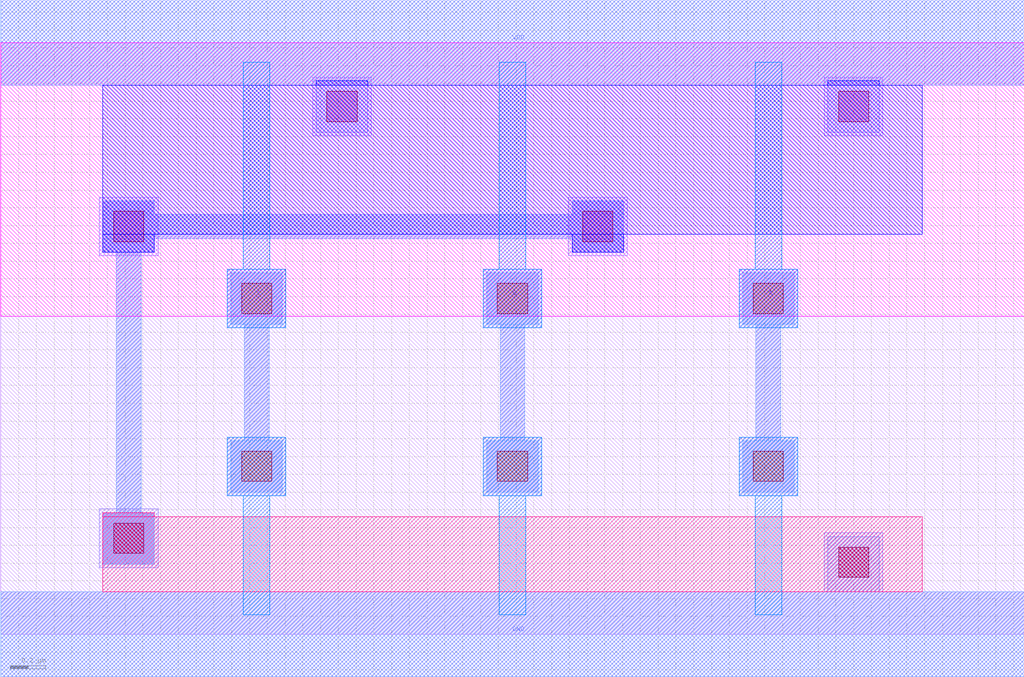
<source format=lef>
MACRO NAND3X1
 CLASS CORE ;
 FOREIGN NAND3X1 0 0 ;
 ORIGIN 0 0 ;
 SYMMETRY X Y R90 ;
 SITE UNIT ;
  PIN VDD
   DIRECTION INOUT ;
   USE SIGNAL ;
   SHAPE ABUTMENT ;
    PORT
     CLASS CORE ;
       LAYER metal2 ;
        RECT 0.00000000 3.09000000 5.76000000 3.57000000 ;
    END
  END VDD

  PIN GND
   DIRECTION INOUT ;
   USE SIGNAL ;
   SHAPE ABUTMENT ;
    PORT
     CLASS CORE ;
       LAYER metal2 ;
        RECT 0.00000000 -0.24000000 5.76000000 0.24000000 ;
    END
  END GND

  PIN Y
   DIRECTION INOUT ;
   USE SIGNAL ;
   SHAPE ABUTMENT ;
    PORT
     CLASS CORE ;
       LAYER metal2 ;
        RECT 0.57500000 0.39500000 0.86500000 0.68500000 ;
        RECT 0.65000000 0.68500000 0.79000000 2.15000000 ;
        RECT 0.57500000 2.15000000 0.86500000 2.22500000 ;
        RECT 3.21500000 2.15000000 3.50500000 2.22500000 ;
        RECT 0.57500000 2.22500000 3.50500000 2.36500000 ;
        RECT 0.57500000 2.36500000 0.86500000 2.44000000 ;
        RECT 3.21500000 2.36500000 3.50500000 2.44000000 ;
    END
  END Y

  PIN C
   DIRECTION INOUT ;
   USE SIGNAL ;
   SHAPE ABUTMENT ;
    PORT
     CLASS CORE ;
       LAYER metal2 ;
        RECT 1.29500000 0.80000000 1.58500000 1.09000000 ;
        RECT 1.37000000 1.09000000 1.51000000 1.74500000 ;
        RECT 1.29500000 1.74500000 1.58500000 2.03500000 ;
    END
  END C

  PIN A
   DIRECTION INOUT ;
   USE SIGNAL ;
   SHAPE ABUTMENT ;
    PORT
     CLASS CORE ;
       LAYER metal2 ;
        RECT 4.17500000 0.80000000 4.46500000 1.09000000 ;
        RECT 4.25000000 1.09000000 4.39000000 1.74500000 ;
        RECT 4.17500000 1.74500000 4.46500000 2.03500000 ;
    END
  END A

  PIN B
   DIRECTION INOUT ;
   USE SIGNAL ;
   SHAPE ABUTMENT ;
    PORT
     CLASS CORE ;
       LAYER metal2 ;
        RECT 2.73500000 0.80000000 3.02500000 1.09000000 ;
        RECT 2.81000000 1.09000000 2.95000000 1.74500000 ;
        RECT 2.73500000 1.74500000 3.02500000 2.03500000 ;
    END
  END B

  OBS
   LAYER abutment_box ;
    RECT 0.00000000 0.00000000 5.76000000 3.33000000 ;
  END

  OBS
   LAYER metal1 ;
    RECT 4.63500000 0.24000000 4.96500000 0.57000000 ;
    RECT 0.55500000 0.37500000 0.88500000 0.70500000 ;
    RECT 1.27500000 0.78000000 1.60500000 1.11000000 ;
    RECT 2.71500000 0.78000000 3.04500000 1.11000000 ;
    RECT 4.15500000 0.78000000 4.48500000 1.11000000 ;
    RECT 1.27500000 1.72500000 1.60500000 2.05500000 ;
    RECT 2.71500000 1.72500000 3.04500000 2.05500000 ;
    RECT 4.15500000 1.72500000 4.48500000 2.05500000 ;
    RECT 0.55500000 2.13000000 0.88500000 2.46000000 ;
    RECT 3.19500000 2.13000000 3.52500000 2.46000000 ;
    RECT 1.75500000 2.80500000 2.08500000 3.13500000 ;
    RECT 4.63500000 2.80500000 4.96500000 3.13500000 ;
  END

  OBS
   LAYER metal1_label ;

  END

  OBS
   LAYER metal1_pin ;

  END

  OBS
   LAYER metal2 ;
    RECT 0.00000000 -0.24000000 5.76000000 0.24000000 ;
    RECT 4.65500000 0.24000000 4.94500000 0.55000000 ;
    RECT 1.29500000 0.80000000 1.58500000 1.09000000 ;
    RECT 1.37000000 1.09000000 1.51000000 1.74500000 ;
    RECT 1.29500000 1.74500000 1.58500000 2.03500000 ;
    RECT 2.73500000 0.80000000 3.02500000 1.09000000 ;
    RECT 2.81000000 1.09000000 2.95000000 1.74500000 ;
    RECT 2.73500000 1.74500000 3.02500000 2.03500000 ;
    RECT 4.17500000 0.80000000 4.46500000 1.09000000 ;
    RECT 4.25000000 1.09000000 4.39000000 1.74500000 ;
    RECT 4.17500000 1.74500000 4.46500000 2.03500000 ;
    RECT 0.57500000 0.39500000 0.86500000 0.68500000 ;
    RECT 0.65000000 0.68500000 0.79000000 2.15000000 ;
    RECT 0.57500000 2.15000000 0.86500000 2.22500000 ;
    RECT 3.21500000 2.15000000 3.50500000 2.22500000 ;
    RECT 0.57500000 2.22500000 3.50500000 2.36500000 ;
    RECT 0.57500000 2.36500000 0.86500000 2.44000000 ;
    RECT 3.21500000 2.36500000 3.50500000 2.44000000 ;
    RECT 1.77500000 2.82500000 2.06500000 3.09000000 ;
    RECT 4.65500000 2.82500000 4.94500000 3.09000000 ;
    RECT 0.00000000 3.09000000 5.76000000 3.57000000 ;
  END

  OBS
   LAYER metal2_label ;

  END

  OBS
   LAYER metal2_pin ;
    RECT 0.00000000 -0.24000000 5.76000000 0.24000000 ;
    RECT 1.29500000 0.80000000 1.58500000 1.09000000 ;
    RECT 1.37000000 1.09000000 1.51000000 1.74500000 ;
    RECT 1.29500000 1.74500000 1.58500000 2.03500000 ;
    RECT 2.73500000 0.80000000 3.02500000 1.09000000 ;
    RECT 2.81000000 1.09000000 2.95000000 1.74500000 ;
    RECT 2.73500000 1.74500000 3.02500000 2.03500000 ;
    RECT 4.17500000 0.80000000 4.46500000 1.09000000 ;
    RECT 4.25000000 1.09000000 4.39000000 1.74500000 ;
    RECT 4.17500000 1.74500000 4.46500000 2.03500000 ;
    RECT 0.57500000 0.39500000 0.86500000 0.68500000 ;
    RECT 0.65000000 0.68500000 0.79000000 2.15000000 ;
    RECT 0.57500000 2.15000000 0.86500000 2.22500000 ;
    RECT 3.21500000 2.15000000 3.50500000 2.22500000 ;
    RECT 0.57500000 2.22500000 3.50500000 2.36500000 ;
    RECT 0.57500000 2.36500000 0.86500000 2.44000000 ;
    RECT 3.21500000 2.36500000 3.50500000 2.44000000 ;
    RECT 0.00000000 3.09000000 5.76000000 3.57000000 ;
  END

  OBS
   LAYER ndiff_contact ;
    RECT 4.71500000 0.32000000 4.88500000 0.49000000 ;
    RECT 0.63500000 0.45500000 0.80500000 0.62500000 ;
  END

  OBS
   LAYER ndiffusion ;
    RECT 0.57500000 0.24000000 5.18500000 0.66000000 ;
    RECT 0.57500000 0.66000000 0.86500000 0.68500000 ;
  END

  OBS
   LAYER nplus ;

  END

  OBS
   LAYER nwell ;
    RECT 0.00000000 1.79000000 5.76000000 3.33000000 ;
  END

  OBS
   LAYER pdiff_contact ;
    RECT 0.63500000 2.21000000 0.80500000 2.38000000 ;
    RECT 3.27500000 2.21000000 3.44500000 2.38000000 ;
    RECT 1.83500000 2.88500000 2.00500000 3.05500000 ;
    RECT 4.71500000 2.88500000 4.88500000 3.05500000 ;
  END

  OBS
   LAYER pdiffusion ;
    RECT 0.57500000 2.15000000 0.86500000 2.25000000 ;
    RECT 3.21500000 2.15000000 3.50500000 2.25000000 ;
    RECT 0.57500000 2.25000000 5.18500000 3.09000000 ;
    RECT 1.77500000 3.09000000 2.06500000 3.11500000 ;
    RECT 4.65500000 3.09000000 4.94500000 3.11500000 ;
  END

  OBS
   LAYER poly ;
    RECT 1.36500000 0.11000000 1.51500000 0.78000000 ;
    RECT 1.27500000 0.78000000 1.60500000 1.11000000 ;
    RECT 2.80500000 0.11000000 2.95500000 0.78000000 ;
    RECT 2.71500000 0.78000000 3.04500000 1.11000000 ;
    RECT 4.24500000 0.11000000 4.39500000 0.78000000 ;
    RECT 4.15500000 0.78000000 4.48500000 1.11000000 ;
    RECT 1.27500000 1.72500000 1.60500000 2.05500000 ;
    RECT 1.36500000 2.05500000 1.51500000 3.22000000 ;
    RECT 2.71500000 1.72500000 3.04500000 2.05500000 ;
    RECT 2.80500000 2.05500000 2.95500000 3.22000000 ;
    RECT 4.15500000 1.72500000 4.48500000 2.05500000 ;
    RECT 4.24500000 2.05500000 4.39500000 3.22000000 ;
  END

  OBS
   LAYER poly_contact ;
    RECT 1.35500000 0.86000000 1.52500000 1.03000000 ;
    RECT 2.79500000 0.86000000 2.96500000 1.03000000 ;
    RECT 4.23500000 0.86000000 4.40500000 1.03000000 ;
    RECT 1.35500000 1.80500000 1.52500000 1.97500000 ;
    RECT 2.79500000 1.80500000 2.96500000 1.97500000 ;
    RECT 4.23500000 1.80500000 4.40500000 1.97500000 ;
  END

  OBS
   LAYER pplus ;

  END

  OBS
   LAYER via1 ;
    RECT 4.71500000 0.32000000 4.88500000 0.49000000 ;
    RECT 0.63500000 0.45500000 0.80500000 0.62500000 ;
    RECT 1.35500000 0.86000000 1.52500000 1.03000000 ;
    RECT 2.79500000 0.86000000 2.96500000 1.03000000 ;
    RECT 4.23500000 0.86000000 4.40500000 1.03000000 ;
    RECT 1.35500000 1.80500000 1.52500000 1.97500000 ;
    RECT 2.79500000 1.80500000 2.96500000 1.97500000 ;
    RECT 4.23500000 1.80500000 4.40500000 1.97500000 ;
    RECT 0.63500000 2.21000000 0.80500000 2.38000000 ;
    RECT 3.27500000 2.21000000 3.44500000 2.38000000 ;
    RECT 1.83500000 2.88500000 2.00500000 3.05500000 ;
    RECT 4.71500000 2.88500000 4.88500000 3.05500000 ;
  END

END NAND3X1

</source>
